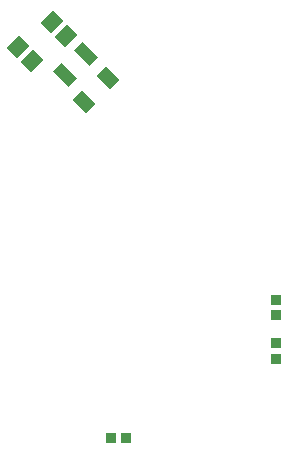
<source format=gbr>
%TF.GenerationSoftware,Altium Limited,Altium Designer,20.2.8 (258)*%
G04 Layer_Color=128*
%FSLAX26Y26*%
%MOIN*%
%TF.SameCoordinates,C5A62E15-709C-4439-AAC4-A247E21399B6*%
%TF.FilePolarity,Positive*%
%TF.FileFunction,Paste,Bot*%
%TF.Part,Single*%
G01*
G75*
%TA.AperFunction,SMDPad,CuDef*%
G04:AMPARAMS|DCode=54|XSize=57.087mil|YSize=51.181mil|CornerRadius=0mil|HoleSize=0mil|Usage=FLASHONLY|Rotation=225.000|XOffset=0mil|YOffset=0mil|HoleType=Round|Shape=Rectangle|*
%AMROTATEDRECTD54*
4,1,4,0.002088,0.038278,0.038278,0.002088,-0.002088,-0.038278,-0.038278,-0.002088,0.002088,0.038278,0.0*
%
%ADD54ROTATEDRECTD54*%

G04:AMPARAMS|DCode=55|XSize=64.961mil|YSize=43.307mil|CornerRadius=0mil|HoleSize=0mil|Usage=FLASHONLY|Rotation=315.000|XOffset=0mil|YOffset=0mil|HoleType=Round|Shape=Rectangle|*
%AMROTATEDRECTD55*
4,1,4,-0.038278,0.007656,-0.007656,0.038278,0.038278,-0.007656,0.007656,-0.038278,-0.038278,0.007656,0.0*
%
%ADD55ROTATEDRECTD55*%

G04:AMPARAMS|DCode=56|XSize=39.37mil|YSize=70.866mil|CornerRadius=0mil|HoleSize=0mil|Usage=FLASHONLY|Rotation=225.000|XOffset=0mil|YOffset=0mil|HoleType=Round|Shape=Rectangle|*
%AMROTATEDRECTD56*
4,1,4,-0.011136,0.038974,0.038974,-0.011136,0.011136,-0.038974,-0.038974,0.011136,-0.011136,0.038974,0.0*
%
%ADD56ROTATEDRECTD56*%

%ADD57R,0.035433X0.033465*%
%ADD58R,0.033465X0.035433*%
D54*
X1708553Y4150309D02*
D03*
X1753095Y4105767D02*
D03*
X1595430Y4067271D02*
D03*
X1639972Y4022729D02*
D03*
D55*
X1895000Y3965015D02*
D03*
X1815659Y3885674D02*
D03*
D56*
X1750201Y3975940D02*
D03*
X1819799Y4045537D02*
D03*
D57*
X2455000Y3225591D02*
D03*
Y3174410D02*
D03*
X2455000Y3029409D02*
D03*
Y3080590D02*
D03*
D58*
X1904409Y2765000D02*
D03*
X1955591D02*
D03*
%TF.MD5,1488e7be1b564909eb007e61e23139c1*%
M02*

</source>
